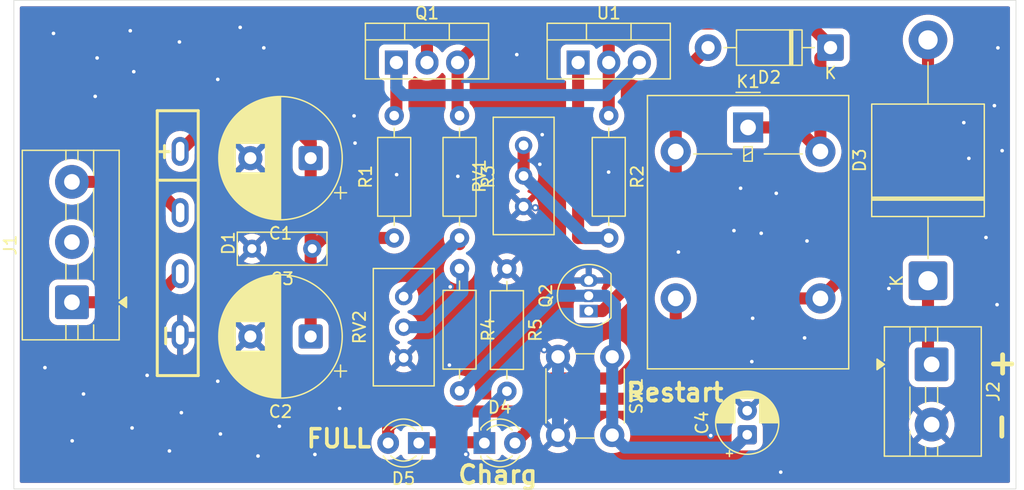
<source format=kicad_pcb>
(kicad_pcb (version 20241229) (generator "pcbnew") (generator_version "9.0")
  (layers (0 "F.Cu" signal) (2 "B.Cu" signal) (13 "F.Paste" user) (15 "B.Paste" user) (5 "F.SilkS" user "F.Silkscreen") (7 "B.SilkS" user "B.Silkscreen") (1 "F.Mask" user) (3 "B.Mask" user) (25 "Edge.Cuts" user))
  (net 0 "")
  (net 1 "GND")
  (net 2 "Net-(D1-+)")
  (net 3 "Net-(Q2-B)")
  (net 4 "Net-(J1-Pin_3)")
  (net 5 "Net-(J1-Pin_1)")
  (net 6 "Net-(D2-K)")
  (net 7 "Net-(D2-A)")
  (net 8 "Net-(D3-A)")
  (net 9 "Net-(D3-K)")
  (net 10 "Net-(D4-K)")
  (net 11 "Net-(D5-A)")
  (net 13 "Net-(Q1-B)")
  (net 14 "Net-(U1-ADJ)")
  (net 15 "Net-(R3-Pad2)")
  (net 16 "Net-(R4-Pad1)")
  (footprint "easyeda2kicad:GBU_4P-L22.0-W3.6-P5.08" (layer "F.Cu") (at 123.5 59.94 -90)
    (property "Reference" "D1" (at 0 -4 90) (layer "F.SilkS"))
    (property "Value" "GBU1508A-B1-0000")
    (pad "1" thru_hole oval (at -7.62 0 90) (size 2.4 1.4) (drill oval 1.599997 0.700024) (layers "*.Cu" "*.Mask") (net 2 "Net-(D1-+)"))
    (pad "2" thru_hole oval (at -2.54 0 90) (size 2.4 1.4) (drill oval 1.599997 0.700024) (layers "*.Cu" "*.Mask") (net 4 "Net-(J1-Pin_3)"))
    (pad "3" thru_hole oval (at 2.54 0 90) (size 2.4 1.4) (drill oval 1.599997 0.700024) (layers "*.Cu" "*.Mask") (net 5 "Net-(J1-Pin_1)"))
    (pad "4" thru_hole oval (at 7.62 0 90) (size 2.4 1.4) (drill oval 1.599997 0.700024) (layers "*.Cu" "*.Mask") (net 1 "GND"))
  )
  (footprint "Capacitor_THT:CP_Radial_D5.0mm_P2.00mm" (layer "F.Cu") (at 170.55 75.855113 90)
    (property "Reference" "C4" (at 1 -3.75 90) (layer "F.SilkS"))
    (property "Value" "10uF")
    (pad "1" thru_hole roundrect (at 0 0 90) (size 1.6 1.6) (drill 0.8) (layers "*.Cu" "*.Mask") (roundrect_rratio 0.15625) (net 3 "Net-(Q2-B)"))
    (pad "2" thru_hole circle (at 2 0 90) (size 1.6 1.6) (drill 0.8) (layers "*.Cu" "*.Mask") (net 1 "GND"))
  )
  (footprint "Capacitor_THT:C_Rect_L7.2mm_W2.5mm_P5.00mm" (layer "F.Cu") (at 134.46 60.4 180)
    (property "Reference" "C3" (at 2.5 -2.5 180) (layer "F.SilkS"))
    (property "Value" "100nf")
    (pad "1" thru_hole circle (at 0 0 180) (size 1.5 1.5) (drill 0.75) (layers "*.Cu" "*.Mask") (net 2 "Net-(D1-+)"))
    (pad "2" thru_hole circle (at 5 0 180) (size 1.5 1.5) (drill 0.75) (layers "*.Cu" "*.Mask") (net 1 "GND"))
  )
  (footprint "Package_TO_SOT_THT:TO-220-3_Vertical" (layer "F.Cu") (at 156.52 44.94)
    (property "Reference" "U1" (at 2.54 -4.1 0) (layer "F.SilkS"))
    (property "Value" "LM317_TO-220")
    (pad "1" thru_hole rect (at 0 0) (size 1.905 2) (drill 1.1) (layers "*.Cu" "*.Mask") (net 14 "Net-(U1-ADJ)"))
    (pad "2" thru_hole oval (at 2.54 0) (size 1.905 2) (drill 1.1) (layers "*.Cu" "*.Mask") (net 6 "Net-(D2-K)"))
    (pad "3" thru_hole oval (at 5.08 0) (size 1.905 2) (drill 1.1) (layers "*.Cu" "*.Mask") (net 13 "Net-(Q1-B)"))
  )
  (footprint "Diode_THT:D_P600_R-6_P20.00mm_Horizontal" (layer "F.Cu") (at 185.55 63.06 90)
    (property "Reference" "D3" (at 10 -5.67 90) (layer "F.SilkS"))
    (property "Value" "10A")
    (fp_text user "K" (at 0 -2.6 90) (layer "F.SilkS"))
    (pad "1" thru_hole roundrect (at 0 0 90) (size 3.2 3.2) (drill 1.6) (layers "*.Cu" "*.Mask") (roundrect_rratio 0.078125) (net 9 "Net-(D3-K)"))
    (pad "2" thru_hole circle (at 20 0 90) (size 3.2 3.2) (drill 1.6) (layers "*.Cu" "*.Mask") (net 8 "Net-(D3-A)"))
  )
  (footprint "Resistor_THT:R_Axial_DIN0207_L6.3mm_D2.5mm_P10.16mm_Horizontal" (layer "F.Cu") (at 159.06 49.35 -90)
    (property "Reference" "R2" (at 5.08 -2.37 90) (layer "F.SilkS"))
    (property "Value" "220R")
    (pad "1" thru_hole circle (at 0 0 270) (size 1.6 1.6) (drill 0.8) (layers "*.Cu" "*.Mask") (net 6 "Net-(D2-K)"))
    (pad "2" thru_hole circle (at 10.16 0 270) (size 1.6 1.6) (drill 0.8) (layers "*.Cu" "*.Mask") (net 14 "Net-(U1-ADJ)"))
  )
  (footprint "Diode_THT:D_DO-41_SOD81_P10.16mm_Horizontal" (layer "F.Cu") (at 177.46 43.7 180)
    (property "Reference" "D2" (at 5.08 -2.47 0) (layer "F.SilkS"))
    (property "Value" "D")
    (fp_text user "K" (at 0 -2.1 0) (layer "F.SilkS"))
    (pad "1" thru_hole roundrect (at 0 0 180) (size 2.2 2.2) (drill 1.1) (layers "*.Cu" "*.Mask") (roundrect_rratio 0.113636) (net 6 "Net-(D2-K)"))
    (pad "2" thru_hole circle (at 10.16 0 180) (size 2.2 2.2) (drill 1.1) (layers "*.Cu" "*.Mask") (net 7 "Net-(D2-A)"))
  )
  (footprint "Resistor_THT:R_Axial_DIN0207_L6.3mm_D2.5mm_P10.16mm_Horizontal" (layer "F.Cu") (at 141.26 59.51 90)
    (property "Reference" "R1" (at 5.08 -2.37 90) (layer "F.SilkS"))
    (property "Value" "10R")
    (pad "1" thru_hole circle (at 0 0 90) (size 1.6 1.6) (drill 0.8) (layers "*.Cu" "*.Mask") (net 2 "Net-(D1-+)"))
    (pad "2" thru_hole circle (at 10.16 0 90) (size 1.6 1.6) (drill 0.8) (layers "*.Cu" "*.Mask") (net 13 "Net-(Q1-B)"))
  )
  (footprint "Package_TO_SOT_THT:TO-92_Inline" (layer "F.Cu") (at 157.4 65.58 90)
    (property "Reference" "Q2" (at 1.27 -3.56 90) (layer "F.SilkS"))
    (property "Value" "BC547")
    (pad "1" thru_hole rect (at 0 0 90) (size 1.05 1.5) (drill 0.75) (layers "*.Cu" "*.Mask") (net 7 "Net-(D2-A)"))
    (pad "2" thru_hole oval (at 1.27 0 90) (size 1.05 1.5) (drill 0.75) (layers "*.Cu" "*.Mask") (net 3 "Net-(Q2-B)"))
    (pad "3" thru_hole oval (at 2.54 0 90) (size 1.05 1.5) (drill 0.75) (layers "*.Cu" "*.Mask") (net 1 "GND"))
  )
  (footprint "LED_THT:LED_D3.0mm" (layer "F.Cu") (at 143.3 76.54 180)
    (property "Reference" "D5" (at 1.27 -2.96 0) (layer "F.SilkS"))
    (property "Value" "FULL")
    (pad "1" thru_hole rect (at 0 0 180) (size 1.8 1.8) (drill 0.9) (layers "*.Cu" "*.Mask") (net 10 "Net-(D4-K)"))
    (pad "2" thru_hole circle (at 2.54 0 180) (size 1.8 1.8) (drill 0.9) (layers "*.Cu" "*.Mask") (net 11 "Net-(D5-A)"))
  )
  (footprint "Resistor_THT:R_Axial_DIN0207_L6.3mm_D2.5mm_P10.16mm_Horizontal" (layer "F.Cu") (at 146.68 62.05 -90)
    (property "Reference" "R4" (at 5.08 -2.37 90) (layer "F.SilkS"))
    (property "Value" "1K")
    (pad "1" thru_hole circle (at 0 0 270) (size 1.6 1.6) (drill 0.8) (layers "*.Cu" "*.Mask") (net 16 "Net-(R4-Pad1)"))
    (pad "2" thru_hole circle (at 10.16 0 270) (size 1.6 1.6) (drill 0.8) (layers "*.Cu" "*.Mask") (net 3 "Net-(Q2-B)"))
  )
  (footprint "Package_TO_SOT_THT:TO-220-3_Vertical" (layer "F.Cu") (at 141.44 44.94)
    (property "Reference" "Q1" (at 2.54 -4.1 0) (layer "F.SilkS"))
    (property "Value" "MJE2955")
    (pad "1" thru_hole rect (at 0 0) (size 1.905 2) (drill 1.1) (layers "*.Cu" "*.Mask") (net 13 "Net-(Q1-B)"))
    (pad "2" thru_hole oval (at 2.54 0) (size 1.905 2) (drill 1.1) (layers "*.Cu" "*.Mask") (net 2 "Net-(D1-+)"))
    (pad "3" thru_hole oval (at 5.08 0) (size 1.905 2) (drill 1.1) (layers "*.Cu" "*.Mask") (net 6 "Net-(D2-K)"))
  )
  (footprint "LED_THT:LED_D3.0mm" (layer "F.Cu") (at 148.74 76.54)
    (property "Reference" "D4" (at 1.27 -2.96 0) (layer "F.SilkS"))
    (property "Value" "CHRG")
    (pad "1" thru_hole rect (at 0 0) (size 1.8 1.8) (drill 0.9) (layers "*.Cu" "*.Mask") (net 10 "Net-(D4-K)"))
    (pad "2" thru_hole circle (at 2.54 0) (size 1.8 1.8) (drill 0.9) (layers "*.Cu" "*.Mask") (net 8 "Net-(D3-A)"))
  )
  (footprint "Capacitor_THT:CP_Radial_D10.0mm_P5.00mm" (layer "F.Cu") (at 134.327677 52.88 180)
    (property "Reference" "C1" (at 2.5 -6.25 0) (layer "F.SilkS"))
    (property "Value" "1000uF")
    (pad "1" thru_hole roundrect (at 0 0 180) (size 2 2) (drill 1) (layers "*.Cu" "*.Mask") (roundrect_rratio 0.125) (net 2 "Net-(D1-+)"))
    (pad "2" thru_hole circle (at 5 0 180) (size 2 2) (drill 1) (layers "*.Cu" "*.Mask") (net 1 "GND"))
  )
  (footprint "Potentiometer_THT:Potentiometer_Bourns_3296W_Vertical" (layer "F.Cu") (at 142.045 64.38 90)
    (property "Reference" "RV2" (at -2.54 -3.66 90) (layer "F.SilkS"))
    (property "Value" "10K")
    (pad "1" thru_hole circle (at 0 0 90) (size 1.44 1.44) (drill 0.8) (layers "*.Cu" "*.Mask") (net 15 "Net-(R3-Pad2)"))
    (pad "2" thru_hole circle (at -2.54 0 90) (size 1.44 1.44) (drill 0.8) (layers "*.Cu" "*.Mask") (net 16 "Net-(R4-Pad1)"))
    (pad "3" thru_hole circle (at -5.08 0 90) (size 1.44 1.44) (drill 0.8) (layers "*.Cu" "*.Mask") (net 1 "GND"))
  )
  (footprint "Relay_THT:Relay_SPDT_Omron-G5LE-1" (layer "F.Cu") (at 170.62 50.33)
    (property "Reference" "K1" (at 0 -3.8 0) (layer "F.SilkS"))
    (property "Value" "G5LE-1")
    (pad "1" thru_hole rect (at 0 0) (size 2.5 2.5) (drill 1.3) (layers "*.Cu" "*.Mask") (net 6 "Net-(D2-K)"))
    (pad "2" thru_hole oval (at -6 2) (size 2.5 2.5) (drill 1.3) (layers "*.Cu" "*.Mask") (net 7 "Net-(D2-A)"))
    (pad "3" thru_hole oval (at -6 14.2) (size 2.5 2.5) (drill 1.3) (layers "*.Cu" "*.Mask") (net 11 "Net-(D5-A)"))
    (pad "4" thru_hole oval (at 6 14.2) (size 2.5 2.5) (drill 1.3) (layers "*.Cu" "*.Mask") (net 8 "Net-(D3-A)"))
    (pad "5" thru_hole oval (at 6 2) (size 2.5 2.5) (drill 1.3) (layers "*.Cu" "*.Mask") (net 6 "Net-(D2-K)"))
  )
  (footprint "TerminalBlock:TerminalBlock_MaiXu_MX126-5.0-03P_1x03_P5.00mm" (layer "F.Cu") (at 114.52 64.85 90)
    (property "Reference" "J1" (at 4.75 -5.12 90) (layer "F.SilkS"))
    (property "Value" "Conn_01x03_Socket")
    (pad "1" thru_hole roundrect (at 0 0 90) (size 2.8 2.8) (drill 1.3) (layers "*.Cu" "*.Mask") (roundrect_rratio 0.089286) (net 5 "Net-(J1-Pin_1)"))
    (pad "2" thru_hole circle (at 5 0 90) (size 2.8 2.8) (drill 1.3) (layers "*.Cu" "*.Mask"))
    (pad "3" thru_hole circle (at 10 0 90) (size 2.8 2.8) (drill 1.3) (layers "*.Cu" "*.Mask") (net 4 "Net-(J1-Pin_3)"))
  )
  (footprint "Button_Switch_THT:SW_PUSH_6mm" (layer "F.Cu") (at 159.35 69.38 -90)
    (property "Reference" "SW1" (at 3.25 -2 90) (layer "F.SilkS"))
    (property "Value" "RESTART")
    (pad "1" thru_hole circle (at 0 0) (size 2 2) (drill 1.1) (layers "*.Cu" "*.Mask") (net 3 "Net-(Q2-B)"))
    (pad "1" thru_hole circle (at 6.5 0) (size 2 2) (drill 1.1) (layers "*.Cu" "*.Mask") (net 3 "Net-(Q2-B)"))
    (pad "2" thru_hole circle (at 0 4.5) (size 2 2) (drill 1.1) (layers "*.Cu" "*.Mask") (net 1 "GND"))
    (pad "2" thru_hole circle (at 6.5 4.5) (size 2 2) (drill 1.1) (layers "*.Cu" "*.Mask") (net 1 "GND"))
  )
  (footprint "Capacitor_THT:CP_Radial_D10.0mm_P5.00mm" (layer "F.Cu") (at 134.327677 67.69 180)
    (property "Reference" "C2" (at 2.5 -6.25 0) (layer "F.SilkS"))
    (property "Value" "1000uF")
    (pad "1" thru_hole roundrect (at 0 0 180) (size 2 2) (drill 1) (layers "*.Cu" "*.Mask") (roundrect_rratio 0.125) (net 2 "Net-(D1-+)"))
    (pad "2" thru_hole circle (at 5 0 180) (size 2 2) (drill 1) (layers "*.Cu" "*.Mask") (net 1 "GND"))
  )
  (footprint "Resistor_THT:R_Axial_DIN0207_L6.3mm_D2.5mm_P10.16mm_Horizontal" (layer "F.Cu") (at 146.68 49.35 -90)
    (property "Reference" "R3" (at 5.08 -2.37 90) (layer "F.SilkS"))
    (property "Value" "10K")
    (pad "1" thru_hole circle (at 0 0 270) (size 1.6 1.6) (drill 0.8) (layers "*.Cu" "*.Mask") (net 6 "Net-(D2-K)"))
    (pad "2" thru_hole circle (at 10.16 0 270) (size 1.6 1.6) (drill 0.8) (layers "*.Cu" "*.Mask") (net 15 "Net-(R3-Pad2)"))
  )
  (footprint "TerminalBlock:TerminalBlock_MaiXu_MX126-5.0-02P_1x02_P5.00mm" (layer "F.Cu") (at 185.85 70.01 -90)
    (property "Reference" "J2" (at 2.25 -5.12 90) (layer "F.SilkS"))
    (property "Value" "Conn_01x02_Socket")
    (pad "1" thru_hole roundrect (at 0 0 270) (size 2.8 2.8) (drill 1.3) (layers "*.Cu" "*.Mask") (roundrect_rratio 0.089286) (net 9 "Net-(D3-K)"))
    (pad "2" thru_hole circle (at 5 0 270) (size 2.8 2.8) (drill 1.3) (layers "*.Cu" "*.Mask") (net 1 "GND"))
  )
  (footprint "Resistor_THT:R_Axial_DIN0207_L6.3mm_D2.5mm_P10.16mm_Horizontal" (layer "F.Cu") (at 150.61 62.08 -90)
    (property "Reference" "R5" (at 5.08 -2.37 90) (layer "F.SilkS"))
    (property "Value" "R")
    (pad "1" thru_hole circle (at 0 0 270) (size 1.6 1.6) (drill 0.8) (layers "*.Cu" "*.Mask") (net 1 "GND"))
    (pad "2" thru_hole circle (at 10.16 0 270) (size 1.6 1.6) (drill 0.8) (layers "*.Cu" "*.Mask") (net 10 "Net-(D4-K)"))
  )
  (footprint "Potentiometer_THT:Potentiometer_Bourns_3296W_Vertical" (layer "F.Cu") (at 151.995 51.82 90)
    (property "Reference" "RV1" (at -2.54 -3.66 90) (layer "F.SilkS"))
    (property "Value" "10K")
    (pad "1" thru_hole circle (at 0 0 90) (size 1.44 1.44) (drill 0.8) (layers "*.Cu" "*.Mask") (net 14 "Net-(U1-ADJ)"))
    (pad "2" thru_hole circle (at -2.54 0 90) (size 1.44 1.44) (drill 0.8) (layers "*.Cu" "*.Mask") (net 14 "Net-(U1-ADJ)"))
    (pad "3" thru_hole circle (at -5.08 0 90) (size 1.44 1.44) (drill 0.8) (layers "*.Cu" "*.Mask") (net 1 "GND"))
  )
  (gr_rect (start 109.7 39.77) (end 192.85 80.35) (stroke (width 0.05)) (fill no) (layer "Edge.Cuts"))
  (gr_text "+" (at 190.24 71 0) (layer "F.SilkS") (effects (font (size 2 2) (thickness 0.4) (bold yes)) (justify left bottom)))
  (gr_text "FULL\n" (at 133.83 77.05 0) (layer "F.SilkS") (effects (font (size 1.5 1.5) (thickness 0.3) (bold yes)) (justify left bottom)))
  (gr_text "_\n" (at 191.75 76.23 90) (layer "F.SilkS") (effects (font (size 2 2) (thickness 0.4) (bold yes)) (justify left bottom)))
  (gr_text "Charg" (at 146.41 80.06 0) (layer "F.SilkS") (effects (font (size 1.5 1.5) (thickness 0.3) (bold yes)) (justify left bottom)))
  (gr_text "Restart" (at 160.35 73.22 0) (layer "F.SilkS") (effects (font (size 1.5 1.5) (thickness 0.3) (bold yes)) (justify left bottom)))
  (via (at 138.01 51.63) (size 0.6) (drill 0.3) (layers "F.Cu" "B.Cu") (net 1))
  (via (at 123.44 43.23) (size 0.6) (drill 0.3) (layers "F.Cu" "B.Cu") (net 1))
  (via (at 164.84 60.68) (size 0.6) (drill 0.3) (layers "F.Cu" "B.Cu") (net 1))
  (via (at 167.52 75.92) (size 0.6) (drill 0.3) (layers "F.Cu" "B.Cu") (net 1))
  (via (at 175.31 67.81) (size 0.6) (drill 0.3) (layers "F.Cu" "B.Cu") (net 1))
  (via (at 114.54 76.36) (size 0.6) (drill 0.3) (layers "F.Cu" "B.Cu") (net 1))
  (via (at 153.7 68.79) (size 0.6) (drill 0.3) (layers "F.Cu" "B.Cu") (net 1))
  (via (at 147.2 77.48) (size 0.6) (drill 0.3) (layers "F.Cu" "B.Cu") (net 1))
  (via (at 115.48 72.47) (size 0.6) (drill 0.3) (layers "F.Cu" "B.Cu") (net 1))
  (via (at 188.52 49.93) (size 0.6) (drill 0.3) (layers "F.Cu" "B.Cu") (net 1))
  (via (at 175.51 59.76) (size 0.6) (drill 0.3) (layers "F.Cu" "B.Cu") (net 1))
  (via (at 171.71 59.12) (size 0.6) (drill 0.3) (layers "F.Cu" "B.Cu") (net 1))
  (via (at 126.84 75.79) (size 0.6) (drill 0.3) (layers "F.Cu" "B.Cu") (net 1))
  (via (at 119.51 75.29) (size 0.6) (drill 0.3) (layers "F.Cu" "B.Cu") (net 1))
  (via (at 159.05 54.04) (size 0.6) (drill 0.3) (layers "F.Cu" "B.Cu") (net 1))
  (via (at 151.43 44.28) (size 0.6) (drill 0.3) (layers "F.Cu" "B.Cu") (net 1))
  (via (at 170.93 69.78) (size 0.6) (drill 0.3) (layers "F.Cu" "B.Cu") (net 1))
  (via (at 182.3 63.71) (size 0.6) (drill 0.3) (layers "F.Cu" "B.Cu") (net 1))
  (via (at 173.33 78.96) (size 0.6) (drill 0.3) (layers "F.Cu" "B.Cu") (net 1))
  (via (at 122.61 77.2) (size 0.6) (drill 0.3) (layers "F.Cu" "B.Cu") (net 1))
  (via (at 191.28 65.05) (size 0.6) (drill 0.3) (layers "F.Cu" "B.Cu") (net 1))
  (via (at 116.61 44.56) (size 0.6) (drill 0.3) (layers "F.Cu" "B.Cu") (net 1))
  (via (at 171 66.18) (size 0.6) (drill 0.3) (layers "F.Cu" "B.Cu") (net 1))
  (via (at 191.35 43.72) (size 0.6) (drill 0.3) (layers "F.Cu" "B.Cu") (net 1))
  (via (at 129.96 77.62) (size 0.6) (drill 0.3) (layers "F.Cu" "B.Cu") (net 1))
  (via (at 119.36 42.3) (size 0.6) (drill 0.3) (layers "F.Cu" "B.Cu") (net 1))
  (via (at 131.73 75.15) (size 0.6) (drill 0.3) (layers "F.Cu" "B.Cu") (net 1))
  (via (at 116.45 47.75) (size 0.6) (drill 0.3) (layers "F.Cu" "B.Cu") (net 1))
  (via (at 130.44 43.72) (size 0.6) (drill 0.3) (layers "F.Cu" "B.Cu") (net 1))
  (via (at 172.96 55.8) (size 0.6) (drill 0.3) (layers "F.Cu" "B.Cu") (net 1))
  (via (at 123.6 74.02) (size 0.6) (drill 0.3) (layers "F.Cu" "B.Cu") (net 1))
  (via (at 152.97 57) (size 0.6) (drill 0.3) (layers "F.Cu" "B.Cu") (net 1))
  (via (at 120.76 70.92) (size 0.6) (drill 0.3) (layers "F.Cu" "B.Cu") (net 1))
  (via (at 128.48 42.02) (size 0.6) (drill 0.3) (layers "F.Cu" "B.Cu") (net 1))
  (via (at 119.65 45.7) (size 0.6) (drill 0.3) (layers "F.Cu" "B.Cu") (net 1))
  (via (at 190.36 59.47) (size 0.6) (drill 0.3) (layers "F.Cu" "B.Cu") (net 1))
  (via (at 153.54 50.93) (size 0.6) (drill 0.3) (layers "F.Cu" "B.Cu") (net 1))
  (via (at 146.54 54.39) (size 0.6) (drill 0.3) (layers "F.Cu" "B.Cu") (net 1))
  (via (at 137.93 49.37) (size 0.6) (drill 0.3) (layers "F.Cu" "B.Cu") (net 1))
  (via (at 141.46 54.25) (size 0.6) (drill 0.3) (layers "F.Cu" "B.Cu") (net 1))
  (via (at 170 55.38) (size 0.6) (drill 0.3) (layers "F.Cu" "B.Cu") (net 1))
  (via (at 112.99 42.52) (size 0.6) (drill 0.3) (layers "F.Cu" "B.Cu") (net 1))
  (via (at 191.7 52.26) (size 0.6) (drill 0.3) (layers "F.Cu" "B.Cu") (net 1))
  (via (at 126.62 46.34) (size 0.6) (drill 0.3) (layers "F.Cu" "B.Cu") (net 1))
  (via (at 126.62 71.41) (size 0.6) (drill 0.3) (layers "F.Cu" "B.Cu") (net 1))
  (via (at 112.28 70.28) (size 0.6) (drill 0.3) (layers "F.Cu" "B.Cu") (net 1))
  (via (at 145.91 63.57) (size 0.6) (drill 0.3) (layers "F.Cu" "B.Cu") (net 1))
  (via (at 145.84 70.07) (size 0.6) (drill 0.3) (layers "F.Cu" "B.Cu") (net 1))
  (via (at 153.34 53.39) (size 0.6) (drill 0.3) (layers "F.Cu" "B.Cu") (net 1))
  (via (at 169.45 58.9) (size 0.6) (drill 0.3) (layers "F.Cu" "B.Cu") (net 1))
  (via (at 136.73 73.67) (size 0.6) (drill 0.3) (layers "F.Cu" "B.Cu") (net 1))
  (via (at 134.68 77.49) (size 0.6) (drill 0.3) (layers "F.Cu" "B.Cu") (net 1))
  (via (at 191.06 48.52) (size 0.6) (drill 0.3) (layers "F.Cu" "B.Cu") (net 1))
  (via (at 188.94 52.9) (size 0.6) (drill 0.3) (layers "F.Cu" "B.Cu") (net 1))
  (segment (start 154.85 75.88) (end 154.85 69.38) (width 1) (layer "B.Cu") (net 1))
  (segment (start 141.26 59.51) (end 135.35 59.51) (width 1) (layer "F.Cu") (net 2))
  (segment (start 134.327677 46.402323) (end 138.07 42.66) (width 1) (layer "F.Cu") (net 2))
  (segment (start 138.07 42.66) (end 143.7 42.66) (width 1) (layer "F.Cu") (net 2))
  (segment (start 123.5 52.32) (end 125.1 50.72) (width 1) (layer "F.Cu") (net 2))
  (segment (start 135.35 59.51) (end 134.46 60.4) (width 1) (layer "F.Cu") (net 2))
  (segment (start 143.98 42.94) (end 143.98 44.94) (width 1) (layer "F.Cu") (net 2))
  (segment (start 134.327677 52.88) (end 134.327677 67.69) (width 1) (layer "F.Cu") (net 2))
  (segment (start 133.4 50.72) (end 134.327677 51.647677) (width 1) (layer "F.Cu") (net 2))
  (segment (start 143.7 42.66) (end 143.98 42.94) (width 1) (layer "F.Cu") (net 2))
  (segment (start 125.1 50.72) (end 133.4 50.72) (width 1) (layer "F.Cu") (net 2))
  (segment (start 134.327677 52.88) (end 134.327677 46.402323) (width 1) (layer "F.Cu") (net 2))
  (segment (start 134.327677 51.647677) (end 134.327677 52.88) (width 1) (layer "F.Cu") (net 2))
  (segment (start 157.4 64.31) (end 158.807 64.31) (width 1) (layer "B.Cu") (net 3))
  (segment (start 159.58 65.083) (end 159.58 69.15) (width 1) (layer "B.Cu") (net 3))
  (segment (start 159.35 75.88) (end 160.391 76.921) (width 1) (layer "B.Cu") (net 3))
  (segment (start 159.35 69.38) (end 159.35 75.88) (width 1) (layer "B.Cu") (net 3))
  (segment (start 154.58 64.31) (end 157.4 64.31) (width 1) (layer "B.Cu") (net 3))
  (segment (start 158.807 64.31) (end 159.58 65.083) (width 1) (layer "B.Cu") (net 3))
  (segment (start 159.58 69.15) (end 159.35 69.38) (width 1) (layer "B.Cu") (net 3))
  (segment (start 169.484113 76.921) (end 170.55 75.855113) (width 1) (layer "B.Cu") (net 3))
  (segment (start 146.68 72.21) (end 154.58 64.31) (width 1) (layer "B.Cu") (net 3))
  (segment (start 160.391 76.921) (end 169.484113 76.921) (width 1) (layer "B.Cu") (net 3))
  (segment (start 120.95 54.85) (end 123.5 57.4) (width 1) (layer "F.Cu") (net 4))
  (segment (start 114.52 54.85) (end 120.95 54.85) (width 1) (layer "F.Cu") (net 4))
  (segment (start 121.13 64.85) (end 123.5 62.48) (width 1) (layer "F.Cu") (net 5))
  (segment (start 114.52 64.85) (end 121.13 64.85) (width 1) (layer "F.Cu") (net 5))
  (segment (start 159.06 44.94) (end 159.06 41.72) (width 1) (layer "F.Cu") (net 6))
  (segment (start 177.46 43.55) (end 177.46 43.7) (width 1) (layer "F.Cu") (net 6))
  (segment (start 146.52 44.94) (end 146.52 49.19) (width 1) (layer "F.Cu") (net 6))
  (segment (start 159.06 49.35) (end 159.06 44.94) (width 1) (layer "F.Cu") (net 6))
  (segment (start 159.06 41.72) (end 159.04 41.7) (width 1) (layer "F.Cu") (net 6))
  (segment (start 159.04 41.7) (end 175.61 41.7) (width 1) (layer "F.Cu") (net 6))
  (segment (start 174.62 50.33) (end 176.62 52.33) (width 1) (layer "F.Cu") (net 6))
  (segment (start 170.62 50.33) (end 174.62 50.33) (width 1) (layer "F.Cu") (net 6))
  (segment (start 175.61 41.7) (end 177.46 43.55) (width 1) (layer "F.Cu") (net 6))
  (segment (start 176.62 52.33) (end 176.62 44.54) (width 1) (layer "F.Cu") (net 6))
  (segment (start 176.62 44.54) (end 177.46 43.7) (width 1) (layer "F.Cu") (net 6))
  (segment (start 146.52 44.94) (end 149.76 41.7) (width 1) (layer "F.Cu") (net 6))
  (segment (start 149.76 41.7) (end 159.04 41.7) (width 1) (layer "F.Cu") (net 6))
  (segment (start 146.52 49.19) (end 146.68 49.35) (width 1) (layer "F.Cu") (net 6))
  (segment (start 164.62 46.38) (end 167.3 43.7) (width 1) (layer "F.Cu") (net 7))
  (segment (start 158.524372 65.58) (end 164.62 59.484372) (width 1) (layer "F.Cu") (net 7))
  (segment (start 164.62 52.33) (end 164.62 46.38) (width 1) (layer "F.Cu") (net 7))
  (segment (start 164.62 59.484372) (end 164.62 52.33) (width 1) (layer "F.Cu") (net 7))
  (segment (start 157.4 65.58) (end 158.524372 65.58) (width 1) (layer "F.Cu") (net 7))
  (segment (start 154.96 72.86) (end 161.74 72.86) (width 1) (layer "F.Cu") (net 8))
  (segment (start 170.07 64.53) (end 176.62 64.53) (width 1) (layer "F.Cu") (net 8))
  (segment (start 161.74 72.86) (end 170.07 64.53) (width 1) (layer "F.Cu") (net 8))
  (segment (start 151.28 76.54) (end 154.96 72.86) (width 1) (layer "F.Cu") (net 8))
  (segment (start 185.55 55.6) (end 185.55 43.06) (width 1) (layer "F.Cu") (net 8))
  (segment (start 176.62 64.53) (end 185.55 55.6) (width 1) (layer "F.Cu") (net 8))
  (segment (start 185.55 69.71) (end 185.85 70.01) (width 1) (layer "F.Cu") (net 9))
  (segment (start 185.55 63.06) (end 185.55 69.71) (width 1) (layer "F.Cu") (net 9))
  (segment (start 148.74 76.54) (end 148.9 76.54) (width 1) (layer "F.Cu") (net 10))
  (segment (start 148.679 76.479) (end 143.361 76.479) (width 1) (layer "F.Cu") (net 10))
  (segment (start 143.361 76.479) (end 143.3 76.54) (width 1) (layer "F.Cu") (net 10))
  (segment (start 148.74 76.54) (end 148.679 76.479) (width 1) (layer "F.Cu") (net 10))
  (segment (start 150.309999 72.540001) (end 150.61 72.24) (width 1) (layer "F.Cu") (net 10))
  (segment (start 148.77 76.51) (end 148.74 76.54) (width 1) (layer "B.Cu") (net 10))
  (segment (start 150.61 72.24) (end 148.77 74.08) (width 1) (layer "B.Cu") (net 10))
  (segment (start 148.77 74.08) (end 148.77 76.51) (width 1) (layer "B.Cu") (net 10))
  (segment (start 151.61 73.92) (end 142.107208 73.92) (width 1) (layer "F.Cu") (net 11))
  (segment (start 164.62 66.515578) (end 159.954813 71.180765) (width 1) (layer "F.Cu") (net 11))
  (segment (start 142.107208 73.92) (end 140.76 75.267208) (width 1) (layer "F.Cu") (net 11))
  (segment (start 164.62 64.53) (end 164.62 66.515578) (width 1) (layer "F.Cu") (net 11))
  (segment (start 140.76 75.267208) (end 140.76 76.54) (width 1) (layer "F.Cu") (net 11))
  (segment (start 154.349235 71.180765) (end 151.61 73.92) (width 1) (layer "F.Cu") (net 11))
  (segment (start 159.954813 71.180765) (end 154.349235 71.180765) (width 1) (layer "F.Cu") (net 11))
  (segment (start 141.44 49.17) (end 141.26 49.35) (width 1) (layer "F.Cu") (net 13))
  (segment (start 141.44 44.94) (end 141.44 49.17) (width 1) (layer "F.Cu") (net 13))
  (segment (start 141.44 47.04) (end 142.04 47.64) (width 1) (layer "B.Cu") (net 13))
  (segment (start 142.04 47.64) (end 158.9 47.64) (width 1) (layer "B.Cu") (net 13))
  (segment (start 158.9 47.64) (end 161.6 44.94) (width 1) (layer "B.Cu") (net 13))
  (segment (start 141.44 44.94) (end 141.44 47.04) (width 1) (layer "B.Cu") (net 13))
  (segment (start 156.52 59.51) (end 159.06 59.51) (width 1) (layer "F.Cu") (net 14))
  (segment (start 151.995 51.82) (end 151.995 54.36) (width 1) (layer "F.Cu") (net 14))
  (segment (start 156.52 44.94) (end 156.52 59.51) (width 1) (layer "F.Cu") (net 14))
  (segment (start 151.995 54.36) (end 157.145 59.51) (width 1) (layer "B.Cu") (net 14))
  (segment (start 157.145 59.51) (end 159.06 59.51) (width 1) (layer "B.Cu") (net 14))
  (segment (start 146.68 59.51) (end 146.68 60.025) (width 1) (layer "F.Cu") (net 15))
  (segment (start 142.045 64.38) (end 142.045 64.145) (width 1) (layer "B.Cu") (net 15))
  (segment (start 142.045 64.145) (end 146.68 59.51) (width 1) (layer "B.Cu") (net 15))
  (segment (start 146.911 62.281) (end 146.68 62.05) (width 1) (layer "B.Cu") (net 16))
  (segment (start 142.045 66.92) (end 143.975628 66.92) (width 1) (layer "B.Cu") (net 16))
  (segment (start 143.975628 66.92) (end 146.911 63.984628) (width 1) (layer "B.Cu") (net 16))
  (segment (start 146.911 63.984628) (end 146.911 62.281) (width 1) (layer "B.Cu") (net 16))
  (zone (net 1) (net_name "GND") (layers "F.Cu" "B.Cu") (connect_pads (clearance 0.5)) (min_thickness 0.25) (fill yes (thermal_gap 0.5) (thermal_bridge_width 0.5))
    (polygon (pts (xy 109.56 39.96) (xy 192.95 39.85) (xy 192.74 80.33) (xy 109.46 80.33)))
  )
)
</source>
